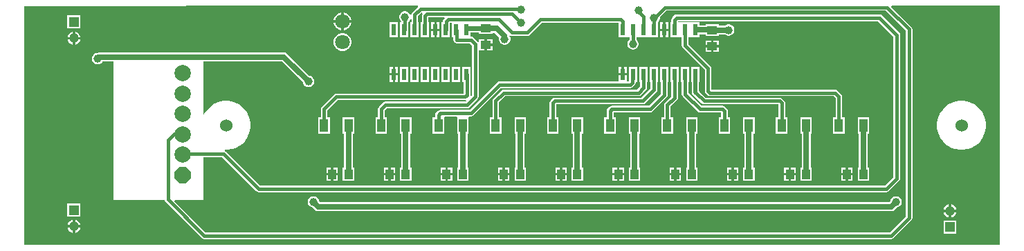
<source format=gbl>
G04*
G04 #@! TF.GenerationSoftware,Altium Limited,Altium Designer,22.9.1 (49)*
G04*
G04 Layer_Physical_Order=2*
G04 Layer_Color=16711680*
%FSLAX44Y44*%
%MOMM*%
G71*
G04*
G04 #@! TF.SameCoordinates,82FFAF5D-3DE1-49B7-988C-51480E2A03B1*
G04*
G04*
G04 #@! TF.FilePolarity,Positive*
G04*
G01*
G75*
%ADD15C,0.4000*%
%ADD18R,1.0000X1.6000*%
%ADD19R,1.2500X1.0000*%
%ADD22R,1.0000X1.2500*%
%ADD34C,0.7000*%
%ADD35C,0.5000*%
%ADD36C,1.8000*%
%ADD37C,2.0000*%
%ADD38P,2.1648X8X112.5*%
%ADD39R,1.2000X1.2000*%
%ADD40C,1.2000*%
%ADD41C,1.5240*%
%ADD42C,1.0000*%
%ADD43R,0.6000X1.4500*%
%ADD44C,0.6000*%
G36*
X1196941Y3059D02*
X201308D01*
X201276Y3080D01*
X200000Y3334D01*
X3334D01*
Y296666D01*
X200000D01*
X201276Y296920D01*
X201308Y296941D01*
X484486D01*
X484884Y295947D01*
X484904Y295671D01*
X478066Y288834D01*
X477182Y287511D01*
X476872Y285950D01*
X476783Y285907D01*
X475523Y285702D01*
X474601Y287298D01*
X473298Y288601D01*
X471702Y289523D01*
X469922Y290000D01*
X468078D01*
X466298Y289523D01*
X464702Y288601D01*
X463399Y287298D01*
X462477Y285702D01*
X462000Y283922D01*
Y282078D01*
X462477Y280298D01*
X463399Y278702D01*
X464330Y277770D01*
X464025Y276500D01*
X463250D01*
Y258000D01*
X473250D01*
Y276500D01*
X473250Y276500D01*
X473547Y277647D01*
X474601Y278702D01*
X475523Y280298D01*
X475602Y280592D01*
X476872Y280425D01*
Y276500D01*
X475950D01*
Y258000D01*
X485950D01*
Y276500D01*
X485028D01*
Y284261D01*
X489314Y288547D01*
X490036Y288458D01*
X490348Y288003D01*
X490606Y287153D01*
X489882Y286070D01*
X489572Y284509D01*
X489572Y284509D01*
Y276500D01*
X488650D01*
Y258000D01*
X498650D01*
Y276500D01*
X497728D01*
Y282774D01*
X517068D01*
X517554Y281600D01*
X516495Y280541D01*
X515611Y279218D01*
X515300Y277657D01*
X515101Y276500D01*
X514050D01*
Y258000D01*
X524050D01*
Y275922D01*
X526750D01*
Y258000D01*
X528265D01*
Y255000D01*
X528575Y253439D01*
X529459Y252116D01*
X530782Y251232D01*
X532343Y250922D01*
X548311D01*
X550922Y248311D01*
Y186689D01*
X550075Y185842D01*
X548904Y186468D01*
X549078Y187343D01*
Y203500D01*
X549450D01*
Y222000D01*
X539450D01*
Y203500D01*
X540922D01*
Y189078D01*
X385000D01*
X383439Y188768D01*
X382116Y187884D01*
X382116Y187884D01*
X367116Y172884D01*
X366232Y171561D01*
X365922Y170000D01*
X365922Y170000D01*
Y160000D01*
X363000D01*
Y140000D01*
X377000D01*
Y160000D01*
X374078D01*
Y168311D01*
X386689Y180922D01*
X542657D01*
X542657Y180922D01*
X543532Y181096D01*
X544158Y179925D01*
X543311Y179078D01*
X445000D01*
X445000Y179078D01*
X443439Y178768D01*
X442116Y177884D01*
X437116Y172884D01*
X436232Y171561D01*
X435922Y170000D01*
X435922Y170000D01*
Y160000D01*
X433000D01*
Y140000D01*
X447000D01*
Y160000D01*
X444078D01*
Y168311D01*
X446689Y170922D01*
X545000D01*
X545000Y170922D01*
X546561Y171232D01*
X547884Y172116D01*
X557884Y182116D01*
X557884Y182116D01*
X558768Y183439D01*
X559078Y185000D01*
Y241008D01*
X559750Y242000D01*
X560348Y242000D01*
X566500D01*
Y249000D01*
Y256000D01*
X559750D01*
Y252377D01*
X558480Y251992D01*
X557884Y252884D01*
X552884Y257884D01*
X551561Y258768D01*
X550000Y259078D01*
X549450Y260122D01*
Y263902D01*
X559750D01*
Y262000D01*
X576250D01*
Y263392D01*
X578865D01*
X584282Y257975D01*
X584000Y256922D01*
Y255078D01*
X584477Y253298D01*
X585399Y251702D01*
X586702Y250399D01*
X588298Y249477D01*
X590078Y249000D01*
X591922D01*
X593702Y249477D01*
X595298Y250399D01*
X596601Y251702D01*
X597523Y253298D01*
X598000Y255078D01*
Y256922D01*
X597523Y258702D01*
X596945Y259703D01*
X597897Y260595D01*
X598439Y260232D01*
X600000Y259922D01*
X600000Y259922D01*
X619000D01*
X619000Y259922D01*
X620561Y260232D01*
X621884Y261116D01*
X636689Y275922D01*
X730550D01*
Y258000D01*
X744047D01*
Y255800D01*
X743702Y255601D01*
X742399Y254298D01*
X741477Y252702D01*
X741000Y250922D01*
Y249078D01*
X741477Y247298D01*
X742399Y245702D01*
X743702Y244399D01*
X745298Y243477D01*
X747078Y243000D01*
X748922D01*
X750702Y243477D01*
X752298Y244399D01*
X753601Y245702D01*
X754523Y247298D01*
X755000Y249078D01*
Y250922D01*
X754523Y252702D01*
X753601Y254298D01*
X752298Y255601D01*
X752203Y255656D01*
Y258000D01*
X778650D01*
Y276500D01*
X778650Y276500D01*
X778650D01*
X779348Y277448D01*
X779601Y277702D01*
X780523Y279298D01*
X781000Y281078D01*
Y282847D01*
X789074Y290922D01*
X1057311D01*
X1081922Y266311D01*
Y37961D01*
X1062539Y18578D01*
X225189D01*
X186941Y56827D01*
X187427Y58000D01*
X222000D01*
Y110922D01*
X245311D01*
X287116Y69116D01*
X287116Y69116D01*
X288439Y68232D01*
X290000Y67922D01*
X290000Y67922D01*
X1058000D01*
X1058000Y67922D01*
X1059561Y68232D01*
X1060884Y69116D01*
X1073884Y82116D01*
X1073884Y82116D01*
X1074768Y83439D01*
X1075078Y85000D01*
Y261000D01*
X1074768Y262561D01*
X1073884Y263884D01*
X1073884Y263884D01*
X1052884Y284884D01*
X1051561Y285768D01*
X1050000Y286078D01*
X1050000Y286078D01*
X801393D01*
X799832Y285768D01*
X798509Y284884D01*
X798509Y284884D01*
X796166Y282541D01*
X795282Y281218D01*
X794972Y279657D01*
X794972Y279657D01*
Y276500D01*
X794050D01*
Y258000D01*
X807672D01*
Y248250D01*
X807672Y248250D01*
X807982Y246689D01*
X808866Y245366D01*
X835922Y218311D01*
Y192343D01*
X835922Y192343D01*
X836232Y190782D01*
X837116Y189459D01*
X839459Y187116D01*
X839459Y187116D01*
X840782Y186232D01*
X842343Y185922D01*
X993311D01*
X995922Y183311D01*
Y160000D01*
X993000D01*
Y140000D01*
X1007000D01*
Y160000D01*
X1004078D01*
Y185000D01*
X1004078Y185000D01*
X1003768Y186561D01*
X1002884Y187884D01*
X997884Y192884D01*
X996561Y193768D01*
X995000Y194078D01*
X995000Y194078D01*
X844078D01*
Y220000D01*
X844078Y220000D01*
X843768Y221561D01*
X842884Y222884D01*
X815828Y249939D01*
Y258000D01*
X829450D01*
Y261517D01*
X836750D01*
Y260000D01*
X853250D01*
Y261392D01*
X860713D01*
X862298Y260477D01*
X864078Y260000D01*
X865922D01*
X867702Y260477D01*
X869298Y261399D01*
X870601Y262702D01*
X871523Y264298D01*
X872000Y266078D01*
Y267922D01*
X871523Y269702D01*
X870601Y271298D01*
X869298Y272601D01*
X867702Y273523D01*
X865922Y274000D01*
X864078D01*
X862298Y273523D01*
X860713Y272608D01*
X853250D01*
Y274000D01*
X836750D01*
Y272733D01*
X829450D01*
Y276500D01*
X819450D01*
X819450Y276500D01*
X816750D01*
Y276500D01*
X806750D01*
Y276500D01*
X804050D01*
Y276500D01*
X803128D01*
Y277922D01*
X1048311D01*
X1066922Y259311D01*
Y86689D01*
X1056311Y76078D01*
X291689D01*
X249884Y117884D01*
X248617Y118730D01*
X248600Y118825D01*
X249014Y120000D01*
X252361D01*
X257025Y120739D01*
X261516Y122198D01*
X265723Y124342D01*
X269544Y127117D01*
X272883Y130456D01*
X275658Y134277D01*
X277802Y138484D01*
X279261Y142975D01*
X280000Y147639D01*
Y152361D01*
X279261Y157025D01*
X277802Y161516D01*
X275658Y165723D01*
X272883Y169544D01*
X269544Y172883D01*
X265723Y175658D01*
X261516Y177802D01*
X257025Y179261D01*
X252361Y180000D01*
X247639D01*
X242975Y179261D01*
X238484Y177802D01*
X234277Y175658D01*
X230456Y172883D01*
X227117Y169544D01*
X224342Y165723D01*
X223270Y163620D01*
X222000Y163925D01*
Y228392D01*
X318677D01*
X344003Y203066D01*
X344477Y201298D01*
X345399Y199702D01*
X346702Y198399D01*
X348298Y197477D01*
X350078Y197000D01*
X351922D01*
X353702Y197477D01*
X355298Y198399D01*
X356601Y199702D01*
X357523Y201298D01*
X358000Y203078D01*
Y204922D01*
X357523Y206702D01*
X356601Y208298D01*
X355298Y209601D01*
X353702Y210523D01*
X351934Y210997D01*
X324965Y237965D01*
X323146Y239181D01*
X321000Y239608D01*
X95812D01*
X93666Y239181D01*
X93395Y239000D01*
X92078D01*
X90298Y238523D01*
X88702Y237601D01*
X87399Y236298D01*
X86477Y234702D01*
X86000Y232922D01*
Y231078D01*
X86477Y229298D01*
X87399Y227702D01*
X88702Y226399D01*
X90298Y225477D01*
X92078Y225000D01*
X93922D01*
X95702Y225477D01*
X97298Y226399D01*
X98601Y227702D01*
X99000Y228392D01*
X112000D01*
Y58000D01*
X175121D01*
X175232Y57439D01*
X176116Y56116D01*
X220616Y11616D01*
X221939Y10732D01*
X223500Y10422D01*
X223500Y10422D01*
X1064228D01*
X1064228Y10422D01*
X1065789Y10732D01*
X1067112Y11616D01*
X1088884Y33388D01*
X1088884Y33388D01*
X1089768Y34711D01*
X1090078Y36272D01*
X1090078Y36272D01*
Y268000D01*
X1090078Y268000D01*
X1089768Y269561D01*
X1088884Y270884D01*
X1088884Y270884D01*
X1064000Y295768D01*
X1064486Y296941D01*
X1196941D01*
Y3059D01*
D02*
G37*
%LPC*%
G36*
X394100Y288686D02*
Y279200D01*
X403586D01*
X402850Y281946D01*
X401402Y284454D01*
X399354Y286502D01*
X396846Y287950D01*
X394100Y288686D01*
D02*
G37*
G36*
X391100Y288686D02*
X388354Y287950D01*
X385846Y286502D01*
X383798Y284454D01*
X382350Y281946D01*
X381614Y279200D01*
X391100D01*
Y288686D01*
D02*
G37*
G36*
X72000Y285000D02*
X56000D01*
Y269000D01*
X72000D01*
Y285000D01*
D02*
G37*
G36*
X791350Y276500D02*
X787850D01*
Y268750D01*
X791350D01*
Y276500D01*
D02*
G37*
G36*
X784850D02*
X781350D01*
Y268750D01*
X784850D01*
Y276500D01*
D02*
G37*
G36*
X511350D02*
X507850D01*
Y268750D01*
X511350D01*
Y276500D01*
D02*
G37*
G36*
X504850D02*
X501350D01*
Y268750D01*
X504850D01*
Y276500D01*
D02*
G37*
G36*
X391100Y276200D02*
X381614D01*
X382350Y273454D01*
X383798Y270946D01*
X385846Y268898D01*
X388354Y267450D01*
X391100Y266714D01*
Y276200D01*
D02*
G37*
G36*
X403586D02*
X394100D01*
Y266714D01*
X396846Y267450D01*
X399354Y268898D01*
X401402Y270946D01*
X402850Y273454D01*
X403586Y276200D01*
D02*
G37*
G36*
X65500Y264880D02*
Y258500D01*
X71880D01*
X71455Y260088D01*
X70402Y261912D01*
X68912Y263402D01*
X67088Y264455D01*
X65500Y264880D01*
D02*
G37*
G36*
X62500D02*
X60912Y264455D01*
X59088Y263402D01*
X57598Y261912D01*
X56545Y260088D01*
X56120Y258500D01*
X62500D01*
Y264880D01*
D02*
G37*
G36*
X791350Y265750D02*
X787850D01*
Y258000D01*
X791350D01*
Y265750D01*
D02*
G37*
G36*
X784850D02*
X781350D01*
Y258000D01*
X784850D01*
Y265750D01*
D02*
G37*
G36*
X511350D02*
X507850D01*
Y258000D01*
X511350D01*
Y265750D01*
D02*
G37*
G36*
X504850D02*
X501350D01*
Y258000D01*
X504850D01*
Y265750D01*
D02*
G37*
G36*
X460550Y276500D02*
X450550D01*
Y258000D01*
X460550D01*
Y276500D01*
D02*
G37*
G36*
X576250Y256000D02*
X569500D01*
Y250500D01*
X576250D01*
Y256000D01*
D02*
G37*
G36*
X71880Y255500D02*
X65500D01*
Y249120D01*
X67088Y249545D01*
X68912Y250598D01*
X70402Y252088D01*
X71455Y253912D01*
X71880Y255500D01*
D02*
G37*
G36*
X62500D02*
X56120D01*
X56545Y253912D01*
X57598Y252088D01*
X59088Y250598D01*
X60912Y249545D01*
X62500Y249120D01*
Y255500D01*
D02*
G37*
G36*
X853250Y254000D02*
X846500D01*
Y248500D01*
X853250D01*
Y254000D01*
D02*
G37*
G36*
X843500D02*
X836750D01*
Y248500D01*
X843500D01*
Y254000D01*
D02*
G37*
G36*
X576250Y247500D02*
X569500D01*
Y242000D01*
X576250D01*
Y247500D01*
D02*
G37*
G36*
X394048Y263300D02*
X391152D01*
X388354Y262550D01*
X385846Y261102D01*
X383798Y259054D01*
X382350Y256546D01*
X381600Y253748D01*
Y250852D01*
X382350Y248054D01*
X383798Y245546D01*
X385846Y243498D01*
X388354Y242050D01*
X391152Y241300D01*
X394048D01*
X396846Y242050D01*
X399354Y243498D01*
X401402Y245546D01*
X402850Y248054D01*
X403600Y250852D01*
Y253748D01*
X402850Y256546D01*
X401402Y259054D01*
X399354Y261102D01*
X396846Y262550D01*
X394048Y263300D01*
D02*
G37*
G36*
X853250Y245500D02*
X846500D01*
Y240000D01*
X853250D01*
Y245500D01*
D02*
G37*
G36*
X843500D02*
X836750D01*
Y240000D01*
X843500D01*
Y245500D01*
D02*
G37*
G36*
X740550Y222000D02*
X737050D01*
Y214250D01*
X740550D01*
Y222000D01*
D02*
G37*
G36*
X734050D02*
X730550D01*
Y214250D01*
X734050D01*
Y222000D01*
D02*
G37*
G36*
X460550D02*
X457050D01*
Y214250D01*
X460550D01*
Y222000D01*
D02*
G37*
G36*
X454050D02*
X450550D01*
Y214250D01*
X454050D01*
Y222000D01*
D02*
G37*
G36*
X753250D02*
X743250D01*
Y212144D01*
X743172Y211750D01*
X743172Y211750D01*
Y204078D01*
X740550D01*
Y211250D01*
X730550D01*
Y204078D01*
X585000D01*
X585000Y204078D01*
X583439Y203768D01*
X582116Y202884D01*
X582116Y202884D01*
X548311Y169078D01*
X512343D01*
X510782Y168768D01*
X509459Y167884D01*
X509459Y167884D01*
X507116Y165541D01*
X506232Y164218D01*
X505922Y162657D01*
X505922Y162657D01*
Y160000D01*
X503000D01*
Y140000D01*
X517000D01*
Y160000D01*
X517841Y160922D01*
X532159D01*
X533000Y160000D01*
X533000Y159652D01*
Y140000D01*
X534392D01*
Y98250D01*
X533000D01*
Y81750D01*
X547000D01*
Y98250D01*
X545608D01*
Y140000D01*
X547000D01*
Y159652D01*
X547000Y160000D01*
X547841Y160922D01*
X550000D01*
X550000Y160922D01*
X551561Y161232D01*
X552884Y162116D01*
X586689Y195922D01*
X744907D01*
X744907Y195922D01*
X746468Y196232D01*
X747791Y197116D01*
X750134Y199459D01*
X750134Y199459D01*
X751018Y200782D01*
X751328Y202343D01*
Y203500D01*
X753250D01*
Y222000D01*
D02*
G37*
G36*
X536750D02*
X526750D01*
Y203500D01*
X536750D01*
Y222000D01*
D02*
G37*
G36*
X524050D02*
X514050D01*
Y203500D01*
X524050D01*
Y222000D01*
D02*
G37*
G36*
X511350D02*
X501350D01*
Y203500D01*
X511350D01*
Y222000D01*
D02*
G37*
G36*
X498650D02*
X488650D01*
Y203500D01*
X498650D01*
Y222000D01*
D02*
G37*
G36*
X485950D02*
X475950D01*
Y203500D01*
X485950D01*
Y222000D01*
D02*
G37*
G36*
X473250D02*
X463250D01*
Y203500D01*
X473250D01*
Y222000D01*
D02*
G37*
G36*
X460550Y211250D02*
X457050D01*
Y203500D01*
X460550D01*
Y211250D01*
D02*
G37*
G36*
X454050D02*
X450550D01*
Y203500D01*
X454050D01*
Y211250D01*
D02*
G37*
G36*
X765950Y222000D02*
X755950D01*
Y203500D01*
X756872D01*
Y197639D01*
X753311Y194078D01*
X590000D01*
X588439Y193768D01*
X587116Y192884D01*
X587116Y192884D01*
X577116Y182884D01*
X576232Y181561D01*
X575922Y180000D01*
X575922Y180000D01*
Y160000D01*
X573000D01*
Y140000D01*
X587000D01*
Y160000D01*
X584078D01*
Y178311D01*
X591689Y185922D01*
X755000D01*
X755000Y185922D01*
X756561Y186232D01*
X757884Y187116D01*
X763834Y193066D01*
X763834Y193066D01*
X764718Y194389D01*
X765028Y195950D01*
Y203500D01*
X765950D01*
Y222000D01*
D02*
G37*
G36*
X778650D02*
X768650D01*
Y203500D01*
X769572D01*
Y195339D01*
X758311Y184078D01*
X652343D01*
X650782Y183768D01*
X649459Y182884D01*
X649459Y182884D01*
X647116Y180541D01*
X646232Y179218D01*
X645922Y177657D01*
X645922Y177657D01*
Y160000D01*
X643000D01*
Y140000D01*
X657000D01*
Y160000D01*
X654078D01*
Y175922D01*
X760000D01*
X760000Y175922D01*
X761561Y176232D01*
X762884Y177116D01*
X776534Y190766D01*
X776534Y190766D01*
X777418Y192089D01*
X777728Y193650D01*
Y203500D01*
X778650D01*
Y222000D01*
D02*
G37*
G36*
X791350D02*
X781350D01*
Y203500D01*
X782272D01*
Y189032D01*
X767318Y174078D01*
X722343D01*
X720782Y173768D01*
X719459Y172884D01*
X719459Y172884D01*
X717116Y170541D01*
X716232Y169218D01*
X715922Y167657D01*
X715922Y167657D01*
Y160000D01*
X713000D01*
Y140000D01*
X727000D01*
Y160000D01*
X724078D01*
Y165922D01*
X769007D01*
X769007Y165922D01*
X770568Y166232D01*
X771891Y167116D01*
X789234Y184459D01*
X789234Y184459D01*
X790118Y185782D01*
X790428Y187343D01*
X790428Y187343D01*
Y203500D01*
X791350D01*
Y222000D01*
D02*
G37*
G36*
X829450D02*
X819450D01*
Y203500D01*
X819862D01*
Y190550D01*
X820211Y188794D01*
X821206Y187306D01*
X821756Y186756D01*
X823244Y185761D01*
X823528Y185705D01*
X832116Y177116D01*
X832116Y177116D01*
X833439Y176232D01*
X835000Y175922D01*
X925922D01*
Y160000D01*
X923000D01*
Y140000D01*
X937000D01*
Y160000D01*
X934078D01*
Y177657D01*
X933768Y179218D01*
X932884Y180541D01*
X932884Y180541D01*
X930541Y182884D01*
X929218Y183768D01*
X927657Y184078D01*
X927657Y184078D01*
X836689D01*
X829295Y191472D01*
X829239Y191756D01*
X829038Y192056D01*
Y203500D01*
X829450D01*
Y222000D01*
D02*
G37*
G36*
X816750D02*
X806750D01*
Y203500D01*
X807672D01*
Y188250D01*
X807672Y188250D01*
X807982Y186689D01*
X808866Y185366D01*
X827116Y167116D01*
X828439Y166232D01*
X830000Y165922D01*
X855922D01*
Y160000D01*
X853000D01*
Y140000D01*
X867000D01*
Y160000D01*
X864078D01*
Y167657D01*
X863768Y169218D01*
X862884Y170541D01*
X862884Y170541D01*
X860541Y172884D01*
X859218Y173768D01*
X857657Y174078D01*
X857657Y174078D01*
X831689D01*
X815828Y189939D01*
Y203500D01*
X816750D01*
Y222000D01*
D02*
G37*
G36*
X804050D02*
X794050D01*
Y203500D01*
X794972D01*
Y185739D01*
X787116Y177884D01*
X786232Y176561D01*
X785922Y175000D01*
X785922Y175000D01*
Y160000D01*
X783000D01*
Y140000D01*
X797000D01*
Y160000D01*
X794078D01*
Y173311D01*
X801934Y181166D01*
X801934Y181166D01*
X802818Y182489D01*
X803128Y184050D01*
Y203500D01*
X804050D01*
Y222000D01*
D02*
G37*
G36*
X1152361Y180000D02*
X1147639D01*
X1142975Y179261D01*
X1138484Y177802D01*
X1134277Y175658D01*
X1130456Y172883D01*
X1127117Y169544D01*
X1124342Y165723D01*
X1122198Y161516D01*
X1120739Y157025D01*
X1120000Y152361D01*
Y147639D01*
X1120739Y142975D01*
X1122198Y138484D01*
X1124342Y134277D01*
X1127117Y130456D01*
X1130456Y127117D01*
X1134277Y124342D01*
X1138484Y122198D01*
X1142975Y120739D01*
X1147639Y120000D01*
X1152361D01*
X1157025Y120739D01*
X1161516Y122198D01*
X1165723Y124342D01*
X1169544Y127117D01*
X1172883Y130456D01*
X1175658Y134277D01*
X1177802Y138484D01*
X1179261Y142975D01*
X1180000Y147639D01*
Y152361D01*
X1179261Y157025D01*
X1177802Y161516D01*
X1175658Y165723D01*
X1172883Y169544D01*
X1169544Y172883D01*
X1165723Y175658D01*
X1161516Y177802D01*
X1157025Y179261D01*
X1152361Y180000D01*
D02*
G37*
G36*
X737000Y98250D02*
X731500D01*
Y91500D01*
X737000D01*
Y98250D01*
D02*
G37*
G36*
X728500D02*
X723000D01*
Y91500D01*
X728500D01*
Y98250D01*
D02*
G37*
G36*
X1017000D02*
X1011500D01*
Y91500D01*
X1017000D01*
Y98250D01*
D02*
G37*
G36*
X667000D02*
X661500D01*
Y91500D01*
X667000D01*
Y98250D01*
D02*
G37*
G36*
X658500D02*
X653000D01*
Y91500D01*
X658500D01*
Y98250D01*
D02*
G37*
G36*
X1008500D02*
X1003000D01*
Y91500D01*
X1008500D01*
Y98250D01*
D02*
G37*
G36*
X597000D02*
X591500D01*
Y91500D01*
X597000D01*
Y98250D01*
D02*
G37*
G36*
X457000D02*
X451500D01*
Y91500D01*
X457000D01*
Y98250D01*
D02*
G37*
G36*
X588500D02*
X583000D01*
Y91500D01*
X588500D01*
Y98250D01*
D02*
G37*
G36*
X448500D02*
X443000D01*
Y91500D01*
X448500D01*
Y98250D01*
D02*
G37*
G36*
X387000D02*
X381500D01*
Y91500D01*
X387000D01*
Y98250D01*
D02*
G37*
G36*
X947000D02*
X941500D01*
Y91500D01*
X947000D01*
Y98250D01*
D02*
G37*
G36*
X938500D02*
X933000D01*
Y91500D01*
X938500D01*
Y98250D01*
D02*
G37*
G36*
X378500D02*
X373000D01*
Y91500D01*
X378500D01*
Y98250D01*
D02*
G37*
G36*
X527000D02*
X521500D01*
Y91500D01*
X527000D01*
Y98250D01*
D02*
G37*
G36*
X877000D02*
X871500D01*
Y91500D01*
X877000D01*
Y98250D01*
D02*
G37*
G36*
X868500D02*
X863000D01*
Y91500D01*
X868500D01*
Y98250D01*
D02*
G37*
G36*
X518500D02*
X513000D01*
Y91500D01*
X518500D01*
Y98250D01*
D02*
G37*
G36*
X807000D02*
X801500D01*
Y91500D01*
X807000D01*
Y98250D01*
D02*
G37*
G36*
X798500D02*
X793000D01*
Y91500D01*
X798500D01*
Y98250D01*
D02*
G37*
G36*
X1037000Y160000D02*
X1023000D01*
Y140000D01*
X1024392D01*
Y98250D01*
X1023000D01*
Y81750D01*
X1037000D01*
Y98250D01*
X1035608D01*
Y140000D01*
X1037000D01*
Y160000D01*
D02*
G37*
G36*
X1017000Y88500D02*
X1011500D01*
Y81750D01*
X1017000D01*
Y88500D01*
D02*
G37*
G36*
X1008500D02*
X1003000D01*
Y81750D01*
X1008500D01*
Y88500D01*
D02*
G37*
G36*
X967000Y160000D02*
X953000D01*
Y140000D01*
X954392D01*
Y98250D01*
X953000D01*
Y81750D01*
X967000D01*
Y98250D01*
X965608D01*
Y140000D01*
X967000D01*
Y160000D01*
D02*
G37*
G36*
X947000Y88500D02*
X941500D01*
Y81750D01*
X947000D01*
Y88500D01*
D02*
G37*
G36*
X938500D02*
X933000D01*
Y81750D01*
X938500D01*
Y88500D01*
D02*
G37*
G36*
X897000Y160000D02*
X883000D01*
Y140000D01*
X884392D01*
Y98250D01*
X883000D01*
Y81750D01*
X897000D01*
Y98250D01*
X895608D01*
Y140000D01*
X897000D01*
Y160000D01*
D02*
G37*
G36*
X877000Y88500D02*
X871500D01*
Y81750D01*
X877000D01*
Y88500D01*
D02*
G37*
G36*
X868500D02*
X863000D01*
Y81750D01*
X868500D01*
Y88500D01*
D02*
G37*
G36*
X827000Y160000D02*
X813000D01*
Y140000D01*
X814392D01*
Y98250D01*
X813000D01*
Y81750D01*
X827000D01*
Y98250D01*
X825608D01*
Y140000D01*
X827000D01*
Y160000D01*
D02*
G37*
G36*
X807000Y88500D02*
X801500D01*
Y81750D01*
X807000D01*
Y88500D01*
D02*
G37*
G36*
X798500D02*
X793000D01*
Y81750D01*
X798500D01*
Y88500D01*
D02*
G37*
G36*
X757000Y160000D02*
X743000D01*
Y140000D01*
X744392D01*
Y98250D01*
X743000D01*
Y81750D01*
X757000D01*
Y98250D01*
X755608D01*
Y140000D01*
X757000D01*
Y160000D01*
D02*
G37*
G36*
X737000Y88500D02*
X731500D01*
Y81750D01*
X737000D01*
Y88500D01*
D02*
G37*
G36*
X728500D02*
X723000D01*
Y81750D01*
X728500D01*
Y88500D01*
D02*
G37*
G36*
X687000Y160000D02*
X673000D01*
Y140000D01*
X674392D01*
Y98250D01*
X673000D01*
Y81750D01*
X687000D01*
Y98250D01*
X685608D01*
Y140000D01*
X687000D01*
Y160000D01*
D02*
G37*
G36*
X667000Y88500D02*
X661500D01*
Y81750D01*
X667000D01*
Y88500D01*
D02*
G37*
G36*
X658500D02*
X653000D01*
Y81750D01*
X658500D01*
Y88500D01*
D02*
G37*
G36*
X617000Y160000D02*
X603000D01*
Y140000D01*
X604392D01*
Y98250D01*
X603000D01*
Y81750D01*
X617000D01*
Y98250D01*
X615608D01*
Y140000D01*
X617000D01*
Y160000D01*
D02*
G37*
G36*
X597000Y88500D02*
X591500D01*
Y81750D01*
X597000D01*
Y88500D01*
D02*
G37*
G36*
X588500D02*
X583000D01*
Y81750D01*
X588500D01*
Y88500D01*
D02*
G37*
G36*
X527000Y88500D02*
X521500D01*
Y81750D01*
X527000D01*
Y88500D01*
D02*
G37*
G36*
X518500D02*
X513000D01*
Y81750D01*
X518500D01*
Y88500D01*
D02*
G37*
G36*
X477000Y160000D02*
X463000D01*
Y140000D01*
X464392D01*
Y98250D01*
X463000D01*
Y81750D01*
X477000D01*
Y98250D01*
X475608D01*
Y140000D01*
X477000D01*
Y160000D01*
D02*
G37*
G36*
X457000Y88500D02*
X451500D01*
Y81750D01*
X457000D01*
Y88500D01*
D02*
G37*
G36*
X448500D02*
X443000D01*
Y81750D01*
X448500D01*
Y88500D01*
D02*
G37*
G36*
X407000Y160000D02*
X393000D01*
Y140000D01*
X394392D01*
Y98250D01*
X393000D01*
Y81750D01*
X407000D01*
Y98250D01*
X405608D01*
Y140000D01*
X407000D01*
Y160000D01*
D02*
G37*
G36*
X387000Y88500D02*
X381500D01*
Y81750D01*
X387000D01*
Y88500D01*
D02*
G37*
G36*
X378500D02*
X373000D01*
Y81750D01*
X378500D01*
Y88500D01*
D02*
G37*
G36*
X1070922Y63000D02*
X1069078D01*
X1067298Y62523D01*
X1065702Y61601D01*
X1064399Y60298D01*
X1063477Y58702D01*
X1063003Y56934D01*
X1061677Y55608D01*
X365323D01*
X363997Y56934D01*
X363523Y58702D01*
X362601Y60298D01*
X361298Y61601D01*
X359702Y62523D01*
X357922Y63000D01*
X356078D01*
X354298Y62523D01*
X352702Y61601D01*
X351399Y60298D01*
X350477Y58702D01*
X350000Y56922D01*
Y55078D01*
X350477Y53298D01*
X351399Y51702D01*
X352702Y50399D01*
X354298Y49477D01*
X356066Y49003D01*
X359035Y46035D01*
X360854Y44819D01*
X363000Y44392D01*
X1064000D01*
X1066146Y44819D01*
X1067965Y46035D01*
X1070934Y49003D01*
X1072702Y49477D01*
X1074298Y50399D01*
X1075601Y51702D01*
X1076523Y53298D01*
X1077000Y55078D01*
Y56922D01*
X1076523Y58702D01*
X1075601Y60298D01*
X1074298Y61601D01*
X1072702Y62523D01*
X1070922Y63000D01*
D02*
G37*
G36*
X1137500Y52880D02*
Y46500D01*
X1143880D01*
X1143455Y48088D01*
X1142402Y49912D01*
X1140912Y51402D01*
X1139088Y52455D01*
X1137500Y52880D01*
D02*
G37*
G36*
X1134500Y52880D02*
X1132912Y52455D01*
X1131088Y51402D01*
X1129598Y49912D01*
X1128545Y48088D01*
X1128120Y46500D01*
X1134500D01*
Y52880D01*
D02*
G37*
G36*
X72000Y54000D02*
X56000D01*
Y38000D01*
X72000D01*
Y54000D01*
D02*
G37*
G36*
X1143880Y43500D02*
X1137500D01*
Y37120D01*
X1139088Y37545D01*
X1140912Y38598D01*
X1142402Y40088D01*
X1143455Y41912D01*
X1143880Y43500D01*
D02*
G37*
G36*
X1134500D02*
X1128120D01*
X1128545Y41912D01*
X1129598Y40088D01*
X1131088Y38598D01*
X1132912Y37545D01*
X1134500Y37120D01*
Y43500D01*
D02*
G37*
G36*
X65500Y33880D02*
Y27500D01*
X71880D01*
X71455Y29088D01*
X70402Y30912D01*
X68912Y32402D01*
X67088Y33455D01*
X65500Y33880D01*
D02*
G37*
G36*
X62500D02*
X60912Y33455D01*
X59088Y32402D01*
X57599Y30912D01*
X56545Y29088D01*
X56120Y27500D01*
X62500D01*
Y33880D01*
D02*
G37*
G36*
Y24500D02*
X56120D01*
X56545Y22912D01*
X57599Y21088D01*
X59088Y19598D01*
X60912Y18545D01*
X62500Y18120D01*
Y24500D01*
D02*
G37*
G36*
X71880D02*
X65500D01*
Y18120D01*
X67088Y18545D01*
X68912Y19598D01*
X70402Y21088D01*
X71455Y22912D01*
X71880Y24500D01*
D02*
G37*
G36*
X1144000Y33000D02*
X1128000D01*
Y17000D01*
X1144000D01*
Y33000D01*
D02*
G37*
%LPD*%
D15*
X187000Y140000D02*
X197000D01*
X1071000Y85000D02*
Y261000D01*
X290000Y72000D02*
X1058000D01*
X1071000Y85000D01*
X197000Y115000D02*
X247000D01*
X542657Y185000D02*
X545000Y187343D01*
X385000Y185000D02*
X542657D01*
X370000Y170000D02*
X385000Y185000D01*
X247000Y115000D02*
X290000Y72000D01*
X179000Y59000D02*
X223500Y14500D01*
X179000Y59000D02*
Y132000D01*
X223500Y14500D02*
X1064228D01*
X179000Y132000D02*
X187000Y140000D01*
X1064228Y14500D02*
X1086000Y36272D01*
X1059000Y295000D02*
X1086000Y268000D01*
Y36272D02*
Y268000D01*
X787385Y295000D02*
X1059000D01*
X370000Y150000D02*
Y170000D01*
X799050Y279657D02*
X801393Y282000D01*
X799050Y267250D02*
Y279657D01*
X801393Y282000D02*
X1050000D01*
X1071000Y261000D01*
X774385Y282000D02*
X787385Y295000D01*
X842343Y190000D02*
X995000D01*
X1000000Y150000D02*
Y185000D01*
X995000Y190000D02*
X1000000Y185000D01*
X840000Y192343D02*
X842343Y190000D01*
X493650Y284509D02*
X495993Y286852D01*
X600148D01*
X487852Y292852D02*
X610148D01*
X611000Y292000D01*
X600148Y286852D02*
X611000Y276000D01*
X493650Y267250D02*
Y284509D01*
X480950Y285950D02*
X487852Y292852D01*
X600000Y264000D02*
X619000D01*
X521722Y280000D02*
X584000D01*
X600000Y264000D01*
X619000D02*
X635000Y280000D01*
X732878D01*
X735222Y267578D02*
Y277657D01*
Y267578D02*
X735550Y267250D01*
X732878Y280000D02*
X735222Y277657D01*
X774000Y282000D02*
X774385D01*
X773825Y281825D02*
X774000Y282000D01*
X773825Y267425D02*
Y281825D01*
X773650Y267250D02*
X773825Y267425D01*
X755000Y289376D02*
X760975Y283401D01*
X755000Y289376D02*
Y291000D01*
X760975Y267275D02*
Y283401D01*
X519378Y277657D02*
X521722Y280000D01*
X519378Y267578D02*
Y277657D01*
X519050Y267250D02*
X519378Y267578D01*
X468250Y267250D02*
X468625Y267625D01*
Y282625D02*
X469000Y283000D01*
X468625Y267625D02*
Y282625D01*
X760950Y267250D02*
X760975Y267275D01*
X748125Y250125D02*
Y267125D01*
X748000Y250000D02*
X748125Y250125D01*
Y267125D02*
X748250Y267250D01*
X480950D02*
Y285950D01*
X532343Y255000D02*
X550000D01*
X811750Y248250D02*
Y267250D01*
X840000Y192343D02*
Y220000D01*
X811750Y248250D02*
X840000Y220000D01*
X930000Y150000D02*
Y177657D01*
X835000Y180000D02*
X927657D01*
X930000Y177657D01*
X825000Y190000D02*
X835000Y180000D01*
X830000Y170000D02*
X857657D01*
X860000Y150000D02*
Y167657D01*
X857657Y170000D02*
X860000Y167657D01*
X811750Y188250D02*
X830000Y170000D01*
X811750Y188250D02*
Y212750D01*
X790000Y150000D02*
X790000Y150000D01*
X790000Y150000D02*
Y175000D01*
X799050Y184050D02*
Y212750D01*
X790000Y175000D02*
X799050Y184050D01*
X722343Y170000D02*
X769007D01*
X786350Y187343D02*
Y212750D01*
X769007Y170000D02*
X786350Y187343D01*
X720000Y150000D02*
Y167657D01*
X722343Y170000D01*
X760000Y180000D02*
X773650Y193650D01*
Y212750D01*
X652343Y180000D02*
X760000D01*
X650000Y150000D02*
X650000Y150000D01*
X650000Y150000D02*
Y177657D01*
X652343Y180000D01*
X580000Y150000D02*
Y180000D01*
X590000Y190000D01*
X755000D01*
X760950Y195950D01*
Y212750D01*
X585000Y200000D02*
X744907D01*
X747250Y202343D02*
Y211750D01*
X744907Y200000D02*
X747250Y202343D01*
X550000Y165000D02*
X585000Y200000D01*
X747250Y211750D02*
X748250Y212750D01*
X512343Y165000D02*
X550000D01*
X510000Y162657D02*
X512343Y165000D01*
X510000Y150000D02*
Y162657D01*
Y150000D02*
X510000Y150000D01*
X532343Y255000D02*
Y266657D01*
X531750Y267250D02*
X532343Y266657D01*
X550000Y255000D02*
X555000Y250000D01*
Y185000D02*
Y250000D01*
X545000Y175000D02*
X555000Y185000D01*
X445000Y175000D02*
X545000D01*
X440000Y150000D02*
Y170000D01*
X445000Y175000D01*
X545000Y187343D02*
Y212200D01*
X544450Y212750D02*
X545000Y212200D01*
D18*
X1030000Y150000D02*
D03*
X1000000D02*
D03*
X960000D02*
D03*
X930000D02*
D03*
X890000D02*
D03*
X860000D02*
D03*
X540000D02*
D03*
X510000D02*
D03*
X610000D02*
D03*
X580000D02*
D03*
X680000D02*
D03*
X650000D02*
D03*
X750000D02*
D03*
X720000D02*
D03*
X820000D02*
D03*
X790000D02*
D03*
X470000D02*
D03*
X440000D02*
D03*
X400000D02*
D03*
X370000D02*
D03*
D19*
X845000Y267000D02*
D03*
Y247000D02*
D03*
X568000Y269000D02*
D03*
Y249000D02*
D03*
D22*
X940000Y90000D02*
D03*
X960000D02*
D03*
X380000D02*
D03*
X400000D02*
D03*
X730000D02*
D03*
X750000D02*
D03*
X590000D02*
D03*
X610000D02*
D03*
X660000D02*
D03*
X680000D02*
D03*
X800000D02*
D03*
X820000D02*
D03*
X1010000D02*
D03*
X1030000D02*
D03*
X870000D02*
D03*
X890000D02*
D03*
X450000D02*
D03*
X470000D02*
D03*
X520000D02*
D03*
X540000D02*
D03*
D34*
X1064000Y50000D02*
X1070000Y56000D01*
X357000D02*
X363000Y50000D01*
X1064000D01*
X93000Y232000D02*
X93812D01*
X321000Y234000D02*
X351000Y204000D01*
X93812Y232000D02*
X95812Y234000D01*
X321000D01*
X845000Y267000D02*
X865000D01*
X590426Y256574D02*
X591000Y256000D01*
X581188Y269000D02*
X590426Y259762D01*
Y256574D02*
Y259762D01*
X568000Y269000D02*
X581188D01*
X827875Y267125D02*
X844875D01*
X845000Y267000D01*
X1030000Y90000D02*
X1030000Y90000D01*
X1030000Y90000D02*
Y150000D01*
X960000Y90000D02*
Y150000D01*
X890000Y90000D02*
Y150000D01*
Y90000D02*
X890000Y90000D01*
X820000D02*
Y150000D01*
X750000Y90000D02*
Y150000D01*
Y90000D02*
X750000Y90000D01*
X680000D02*
Y150000D01*
X610000Y90000D02*
Y150000D01*
X610000Y150000D02*
X610000Y150000D01*
X540000Y90000D02*
Y150000D01*
X470000Y90000D02*
Y150000D01*
X400000Y90000D02*
Y150000D01*
D35*
X824450Y190550D02*
X825000Y190000D01*
X824450Y190550D02*
Y212750D01*
D36*
X392600Y252300D02*
D03*
Y277700D02*
D03*
D37*
X197000Y214000D02*
D03*
Y189000D02*
D03*
Y164000D02*
D03*
Y114000D02*
D03*
Y139000D02*
D03*
D38*
Y89000D02*
D03*
D39*
X1136000Y25000D02*
D03*
X64000Y46000D02*
D03*
X64000Y277000D02*
D03*
D40*
X1136000Y45000D02*
D03*
X64000Y26000D02*
D03*
X64000Y257000D02*
D03*
D41*
X1150000Y150000D02*
D03*
X250000D02*
D03*
D42*
X1050001Y30001D02*
D03*
X1030001D02*
D03*
X1010001D02*
D03*
X990001D02*
D03*
X970001D02*
D03*
X950001D02*
D03*
X930001D02*
D03*
X910001D02*
D03*
X890001D02*
D03*
X870001D02*
D03*
X850001D02*
D03*
X830001D02*
D03*
X810001D02*
D03*
X790001D02*
D03*
X770001D02*
D03*
X750001D02*
D03*
X730001D02*
D03*
X710001D02*
D03*
X690001D02*
D03*
X670001D02*
D03*
X650001D02*
D03*
X1184999Y280000D02*
D03*
X1169999Y250000D02*
D03*
X1184999Y220000D02*
D03*
X1169999Y190000D02*
D03*
X1184999Y160000D02*
D03*
Y100000D02*
D03*
X1169999Y70000D02*
D03*
X1184999Y40000D02*
D03*
X1169999Y10000D02*
D03*
X1154999Y280000D02*
D03*
X1139999Y250000D02*
D03*
X1154999Y220000D02*
D03*
X1139999Y190000D02*
D03*
X1154999Y100000D02*
D03*
X1139999Y70000D02*
D03*
X1154999Y40000D02*
D03*
X1139999Y10000D02*
D03*
X1124999Y280000D02*
D03*
X1109999Y250000D02*
D03*
X1124999Y220000D02*
D03*
X1109999Y190000D02*
D03*
Y130000D02*
D03*
X1124999Y100000D02*
D03*
X1109999Y70000D02*
D03*
Y10000D02*
D03*
X1094999Y280000D02*
D03*
X1079999Y10000D02*
D03*
X1049999Y250000D02*
D03*
Y190000D02*
D03*
Y130000D02*
D03*
X1019999Y250000D02*
D03*
X1034999Y220000D02*
D03*
X1019999Y190000D02*
D03*
X989999Y250000D02*
D03*
X1004999Y220000D02*
D03*
X989999Y130000D02*
D03*
X959999Y250000D02*
D03*
X974999Y220000D02*
D03*
X929999Y250000D02*
D03*
X944999Y220000D02*
D03*
X929999Y130000D02*
D03*
X899999Y250000D02*
D03*
X914999Y220000D02*
D03*
Y160000D02*
D03*
Y100000D02*
D03*
X884999Y220000D02*
D03*
X869999Y130000D02*
D03*
X854999Y220000D02*
D03*
X839999Y130000D02*
D03*
X854999Y100000D02*
D03*
X779999Y130000D02*
D03*
X764999Y160000D02*
D03*
Y100000D02*
D03*
X719999Y130000D02*
D03*
X704999Y100000D02*
D03*
X674999Y220000D02*
D03*
X644999D02*
D03*
X630000Y130000D02*
D03*
X585000Y220000D02*
D03*
X570000Y130000D02*
D03*
X555000Y100000D02*
D03*
X450000Y130000D02*
D03*
X420000D02*
D03*
X405000Y220000D02*
D03*
X375000Y280000D02*
D03*
X360000Y250000D02*
D03*
X375000Y220000D02*
D03*
X360000Y190000D02*
D03*
Y130000D02*
D03*
X345000Y280000D02*
D03*
X330000Y250000D02*
D03*
Y190000D02*
D03*
Y130000D02*
D03*
X315000Y280000D02*
D03*
X300000Y250000D02*
D03*
X315000Y220000D02*
D03*
X300000Y190000D02*
D03*
X315000Y160000D02*
D03*
X300000Y130000D02*
D03*
X315000Y100000D02*
D03*
X285000Y280000D02*
D03*
X270000Y250000D02*
D03*
X285000Y220000D02*
D03*
X270000Y190000D02*
D03*
X285000Y160000D02*
D03*
Y100000D02*
D03*
X270000Y70000D02*
D03*
X210000Y250000D02*
D03*
X225000Y40000D02*
D03*
X210000Y10000D02*
D03*
X180000Y250000D02*
D03*
Y10000D02*
D03*
X150000Y250000D02*
D03*
X165000Y40000D02*
D03*
X150000Y10000D02*
D03*
X120000Y250000D02*
D03*
X135000Y40000D02*
D03*
X120000Y10000D02*
D03*
X105000Y220000D02*
D03*
Y160000D02*
D03*
Y100000D02*
D03*
X90000Y10000D02*
D03*
X75000Y220000D02*
D03*
X60000Y190000D02*
D03*
X75000Y160000D02*
D03*
X60000Y130000D02*
D03*
X75000Y100000D02*
D03*
X60000Y10000D02*
D03*
X30000Y250000D02*
D03*
Y190000D02*
D03*
Y130000D02*
D03*
Y70000D02*
D03*
X45000Y40000D02*
D03*
X30000Y10000D02*
D03*
X93000Y232000D02*
D03*
X351000Y204000D02*
D03*
X357000Y56000D02*
D03*
X1070000D02*
D03*
X865000Y267000D02*
D03*
X611000Y276000D02*
D03*
X591000Y256000D02*
D03*
X611000Y292000D02*
D03*
X774000Y282000D02*
D03*
X755000Y291000D02*
D03*
X706000Y213000D02*
D03*
X722000D02*
D03*
X696000Y108000D02*
D03*
Y122000D02*
D03*
X469000Y283000D02*
D03*
X748000Y250000D02*
D03*
D43*
X824450Y212750D02*
D03*
X811750D02*
D03*
X799050D02*
D03*
X786350D02*
D03*
X773650D02*
D03*
X760950D02*
D03*
X748250D02*
D03*
X735550D02*
D03*
Y267250D02*
D03*
X748250D02*
D03*
X760950D02*
D03*
X773650D02*
D03*
X786350D02*
D03*
X799050D02*
D03*
X811750D02*
D03*
X824450D02*
D03*
X544450Y212750D02*
D03*
X531750D02*
D03*
X519050D02*
D03*
X506350D02*
D03*
X493650D02*
D03*
X480950D02*
D03*
X468250D02*
D03*
X455550D02*
D03*
Y267250D02*
D03*
X468250D02*
D03*
X480950D02*
D03*
X493650D02*
D03*
X506350D02*
D03*
X519050D02*
D03*
X531750D02*
D03*
X544450D02*
D03*
D44*
Y269000D02*
X568000D01*
X544450Y267250D02*
Y269000D01*
M02*

</source>
